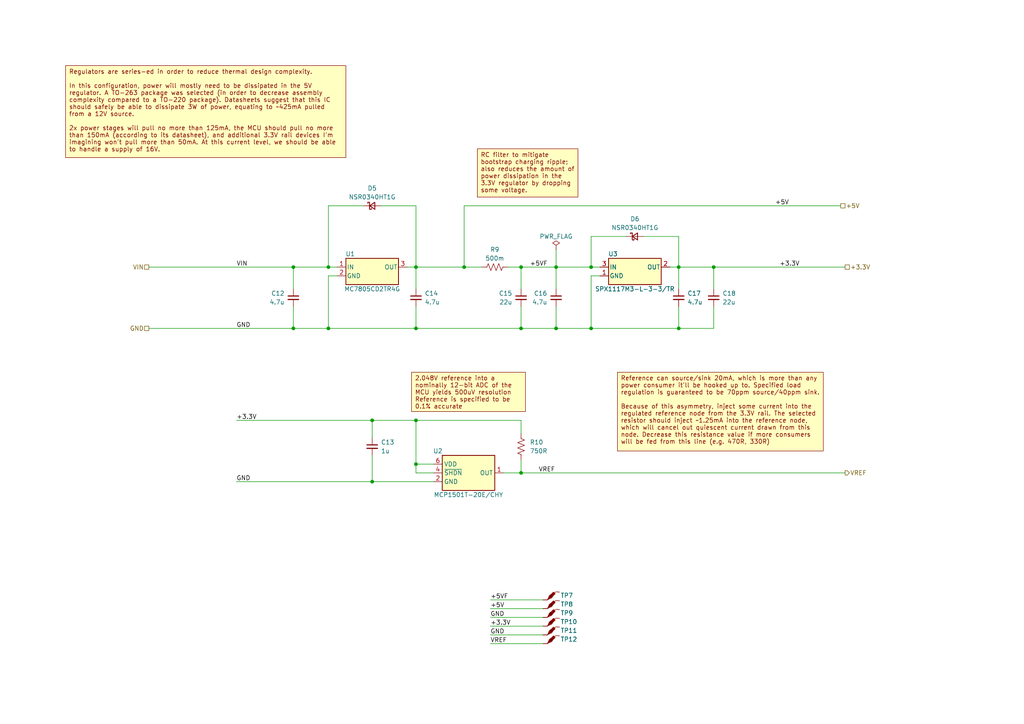
<source format=kicad_sch>
(kicad_sch (version 20230121) (generator eeschema)
  (paper "A4")
  (title_block (title "Shim Amplifier Prototype") (date "2023-08-01") (rev "A.1") (company "Ishaan Govindarajan"))
  (lib_symbols
    (symbol "Custom-AnalogIC:MCP1501T-20E/CHY"
      (property "Reference" "U" (at -6.35 6.35 0))
      (property "Value" "MCP1501T-20E/CHY" (at 0 -6.35 0))
      (symbol "MCP1501T-20E/CHY_0_0"
        (pin power_out line (at 10.16 0 180) (length 2.54) (name "OUT") (number "1"))
        (pin power_in line (at -10.16 -2.54 0) (length 2.54) (name "GND") (number "2"))
        (pin passive line (at -10.16 -2.54 0) (length 2.54) hide (name "GND") (number "3"))
        (pin input line (at -10.16 0 0) (length 2.54) (name "~{SHDN}") (number "4"))
        (pin passive line (at -10.16 -2.54 0) (length 2.54) hide (name "GND") (number "5"))
        (pin power_in line (at -10.16 2.54 0) (length 2.54) (name "VDD") (number "6"))
      )
      (symbol "MCP1501T-20E/CHY_0_1"
        (rectangle (start -7.62 5.08) (end 7.62 -5.08) (stroke (width 0.254)) (fill (type background)))
      )
    )
    (symbol "Custom-Capacitor:CL21A475KLCLQNC" (pin_numbers hide) (pin_names (offset 0.254) hide)
      (property "Reference" "C" (at 0.254 1.778 0))
      (property "Value" "4.7u" (at 0.254 -2.032 0))
      (symbol "CL21A475KLCLQNC_0_1"
        (polyline (pts (xy -1.524 -0.508) (xy 1.524 -0.508)) (stroke (width 0.3302)))
        (polyline (pts (xy -1.524 0.508) (xy 1.524 0.508)) (stroke (width 0.3048)))
      )
      (symbol "CL21A475KLCLQNC_1_1"
        (pin passive line (at 0 2.54 270) (length 2.032) (name "~") (number "1"))
        (pin passive line (at 0 -2.54 90) (length 2.032) (name "~") (number "2"))
      )
    )
    (symbol "Custom-Capacitor:CL21B105KBFNNNG" (pin_numbers hide) (pin_names (offset 0.254) hide)
      (property "Reference" "C" (at 0.254 1.778 0))
      (property "Value" "1u" (at 0.254 -2.032 0))
      (symbol "CL21B105KBFNNNG_0_1"
        (polyline (pts (xy -1.524 -0.508) (xy 1.524 -0.508)) (stroke (width 0.3302)))
        (polyline (pts (xy -1.524 0.508) (xy 1.524 0.508)) (stroke (width 0.3048)))
      )
      (symbol "CL21B105KBFNNNG_1_1"
        (pin passive line (at 0 2.54 270) (length 2.032) (name "~") (number "1"))
        (pin passive line (at 0 -2.54 90) (length 2.032) (name "~") (number "2"))
      )
    )
    (symbol "Custom-Capacitor:CL32B226KAJNNNE" (pin_numbers hide) (pin_names (offset 0.254) hide)
      (property "Reference" "C" (at 0.254 1.778 0))
      (property "Value" "22u" (at 0.254 -2.032 0))
      (symbol "CL32B226KAJNNNE_0_1"
        (polyline (pts (xy -1.524 -0.508) (xy 1.524 -0.508)) (stroke (width 0.3302)))
        (polyline (pts (xy -1.524 0.508) (xy 1.524 0.508)) (stroke (width 0.3048)))
      )
      (symbol "CL32B226KAJNNNE_1_1"
        (pin passive line (at 0 2.54 270) (length 2.032) (name "~") (number "1"))
        (pin passive line (at 0 -2.54 90) (length 2.032) (name "~") (number "2"))
      )
    )
    (symbol "Custom-Diode:NSR0340HT1G" (pin_numbers hide) (pin_names (offset 1.016) hide)
      (property "Reference" "D" (at 0 2.54 0))
      (property "Value" "NSR0340HT1G" (at 0 -2.54 0))
      (symbol "NSR0340HT1G_0_1"
        (polyline (pts (xy -0.762 0) (xy 0.762 0)))
        (polyline (pts (xy 0.762 -1.016) (xy -0.762 0) (xy 0.762 1.016) (xy 0.762 -1.016)) (stroke (width 0.254)))
        (polyline (pts (xy -1.27 0.762) (xy -1.27 1.016) (xy -0.762 1.016) (xy -0.762 -1.016) (xy -0.254 -1.016) (xy -0.254 -0.762)) (stroke (width 0.254)))
      )
      (symbol "NSR0340HT1G_1_1"
        (pin passive line (at -2.54 0 0) (length 1.778) (name "K") (number "1"))
        (pin passive line (at 2.54 0 180) (length 1.778) (name "A") (number "2"))
      )
    )
    (symbol "Custom-LogicIC:TestPoint" (in_bom no)
      (property "Reference" "TP" (at 2.54 0 0))
      (symbol "TestPoint_1_1"
        (polyline (pts (xy -0.762 1.27) (xy 0 0.508)) (stroke (width 0) (color 72 0 0 1)))
        (polyline (pts (xy -0.508 1.524) (xy 0.254 0.762)) (stroke (width 0) (color 72 0 0 1)))
        (polyline (pts (xy -1.27 0) (xy -0.762 1.016) (xy -0.254 0.508) (xy -1.27 0)) (fill (type color) (color 132 0 0 1)))
        (polyline (pts (xy -0.762 1.016) (xy 0.508 2.286) (xy 1.016 1.778) (xy -0.254 0.508) (xy -0.762 1.016)) (fill (type color) (color 132 0 0 1)))
        (arc (start 1.778 2.286) (mid 1.2343 2.3019) (end 0.762 2.032))
        (arc (start 1.778 2.286) (mid 2.032 2.258) (end 2.286 2.286))
        (pin passive line (at -2.54 0 0) (length 1.27) (name "") (number "1"))
      )
    )
    (symbol "Custom-PowerIC:MC7805CD2TR4G" (pin_names (offset 0.254))
      (property "Reference" "U" (at -6.35 3.81 0))
      (property "Value" "MC7805CD2TR4G" (at -7.62 -6.35 0))
      (symbol "MC7805CD2TR4G_0_1"
        (rectangle (start -7.62 2.54) (end 7.62 -5.08) (stroke (width 0.254)) (fill (type background)))
      )
      (symbol "MC7805CD2TR4G_1_1"
        (pin power_in line (at -10.16 0 0) (length 2.54) (name "IN") (number "1"))
        (pin power_in line (at -10.16 -2.54 0) (length 2.54) (name "GND") (number "2"))
        (pin power_out line (at 10.16 0 180) (length 2.54) (name "OUT") (number "3"))
      )
    )
    (symbol "Custom-PowerIC:SPX1117M3-L-3-3/TR" (pin_names (offset 0.254))
      (property "Reference" "U" (at -6.35 3.81 0))
      (property "Value" "SPX1117M3-L-3-3/TR" (at -7.62 -6.35 0))
      (symbol "SPX1117M3-L-3-3/TR_0_1"
        (rectangle (start -7.62 2.54) (end 7.62 -5.08) (stroke (width 0.254)) (fill (type background)))
      )
      (symbol "SPX1117M3-L-3-3/TR_1_1"
        (pin power_in line (at -10.16 -2.54 0) (length 2.54) (name "GND") (number "1"))
        (pin power_out line (at 10.16 0 180) (length 2.54) (name "OUT") (number "2"))
        (pin power_in line (at -10.16 0 0) (length 2.54) (name "IN") (number "3"))
      )
    )
    (symbol "Custom-Resistor:CSR1206FKR500" (pin_numbers hide) (pin_names (offset 0))
      (property "Reference" "R" (at 2.54 0 90))
      (property "Value" "500m" (at -2.54 0 90))
      (symbol "CSR1206FKR500_0_1"
        (polyline (pts (xy 0 -2.286) (xy 0 -2.54)))
        (polyline (pts (xy 0 2.286) (xy 0 2.54)))
        (polyline (pts (xy 0 -0.762) (xy 1.016 -1.143) (xy 0 -1.524) (xy -1.016 -1.905) (xy 0 -2.286)))
        (polyline (pts (xy 0 0.762) (xy 1.016 0.381) (xy 0 0) (xy -1.016 -0.381) (xy 0 -0.762)))
        (polyline (pts (xy 0 2.286) (xy 1.016 1.905) (xy 0 1.524) (xy -1.016 1.143) (xy 0 0.762)))
      )
      (symbol "CSR1206FKR500_1_1"
        (pin passive line (at 0 3.81 270) (length 1.27) (name "~") (number "1"))
        (pin passive line (at 0 -3.81 90) (length 1.27) (name "~") (number "2"))
      )
    )
    (symbol "Custom-Resistor:RMCF0603FT750R" (pin_numbers hide) (pin_names (offset 0))
      (property "Reference" "R" (at 2.54 0 90))
      (property "Value" "750R" (at -2.54 0 90))
      (symbol "RMCF0603FT750R_0_1"
        (polyline (pts (xy 0 -2.286) (xy 0 -2.54)))
        (polyline (pts (xy 0 2.286) (xy 0 2.54)))
        (polyline (pts (xy 0 -0.762) (xy 1.016 -1.143) (xy 0 -1.524) (xy -1.016 -1.905) (xy 0 -2.286)))
        (polyline (pts (xy 0 0.762) (xy 1.016 0.381) (xy 0 0) (xy -1.016 -0.381) (xy 0 -0.762)))
        (polyline (pts (xy 0 2.286) (xy 1.016 1.905) (xy 0 1.524) (xy -1.016 1.143) (xy 0 0.762)))
      )
      (symbol "RMCF0603FT750R_1_1"
        (pin passive line (at 0 3.81 270) (length 1.27) (name "~") (number "1"))
        (pin passive line (at 0 -3.81 90) (length 1.27) (name "~") (number "2"))
      )
    )
    (symbol "power:PWR_FLAG" (power) (pin_numbers hide) (pin_names (offset 0) hide)
      (property "Value" "PWR_FLAG" (at 0 3.81 0))
      (symbol "PWR_FLAG_0_0"
        (pin power_out line (at 0 0 90) (length 0) (name "pwr") (number "1"))
      )
      (symbol "PWR_FLAG_0_1"
        (polyline (pts (xy 0 0) (xy 0 1.27) (xy -1.016 1.905) (xy 0 2.54) (xy 1.016 1.905) (xy 0 1.27)))
      )
    )
  )
  (junction (at 171.45 95.25))
  (junction (at 161.29 77.47))
  (junction (at 120.65 121.92))
  (junction (at 120.65 134.62))
  (junction (at 107.95 121.92))
  (junction (at 196.85 77.47))
  (junction (at 151.13 95.25))
  (junction (at 107.95 139.7))
  (junction (at 134.62 77.47))
  (junction (at 85.09 95.25))
  (junction (at 85.09 77.47))
  (junction (at 120.65 77.47))
  (junction (at 151.13 137.16))
  (junction (at 120.65 95.25))
  (junction (at 95.25 95.25))
  (junction (at 171.45 77.47))
  (junction (at 151.13 77.47))
  (junction (at 207.01 77.47))
  (junction (at 161.29 95.25))
  (junction (at 95.25 77.47))
  (junction (at 196.85 95.25))
  (wire (pts (xy 196.85 68.58) (xy 196.85 77.47)))
  (wire (pts (xy 147.32 77.47) (xy 151.13 77.47)))
  (wire (pts (xy 120.65 134.62) (xy 120.65 137.16)))
  (wire (pts (xy 107.95 121.92) (xy 107.95 127)))
  (wire (pts (xy 151.13 121.92) (xy 151.13 125.73)))
  (wire (pts (xy 161.29 88.9) (xy 161.29 95.25)))
  (wire (pts (xy 161.29 77.47) (xy 171.45 77.47)))
  (wire (pts (xy 95.25 95.25) (xy 120.65 95.25)))
  (wire (pts (xy 68.58 139.7) (xy 107.95 139.7)))
  (wire (pts (xy 85.09 95.25) (xy 95.25 95.25)))
  (wire (pts (xy 171.45 95.25) (xy 171.45 80.01)))
  (wire (pts (xy 95.25 95.25) (xy 95.25 80.01)))
  (wire (pts (xy 186.69 68.58) (xy 196.85 68.58)))
  (wire (pts (xy 120.65 95.25) (xy 151.13 95.25)))
  (wire (pts (xy 171.45 68.58) (xy 181.61 68.58)))
  (wire (pts (xy 68.58 121.92) (xy 107.95 121.92)))
  (wire (pts (xy 194.31 77.47) (xy 196.85 77.47)))
  (wire (pts (xy 151.13 95.25) (xy 161.29 95.25)))
  (wire (pts (xy 120.65 59.69) (xy 120.65 77.47)))
  (wire (pts (xy 151.13 77.47) (xy 151.13 83.82)))
  (wire (pts (xy 134.62 59.69) (xy 243.84 59.69)))
  (wire (pts (xy 107.95 132.08) (xy 107.95 139.7)))
  (wire (pts (xy 95.25 59.69) (xy 105.41 59.69)))
  (wire (pts (xy 120.65 121.92) (xy 151.13 121.92)))
  (wire (pts (xy 207.01 77.47) (xy 245.11 77.47)))
  (wire (pts (xy 207.01 77.47) (xy 207.01 83.82)))
  (wire (pts (xy 95.25 77.47) (xy 97.79 77.47)))
  (wire (pts (xy 134.62 77.47) (xy 134.62 59.69)))
  (wire (pts (xy 107.95 139.7) (xy 125.73 139.7)))
  (wire (pts (xy 171.45 80.01) (xy 173.99 80.01)))
  (wire (pts (xy 85.09 88.9) (xy 85.09 95.25)))
  (wire (pts (xy 110.49 59.69) (xy 120.65 59.69)))
  (wire (pts (xy 146.05 137.16) (xy 151.13 137.16)))
  (wire (pts (xy 151.13 77.47) (xy 161.29 77.47)))
  (wire (pts (xy 151.13 88.9) (xy 151.13 95.25)))
  (wire (pts (xy 142.24 179.07) (xy 157.48 179.07)))
  (wire (pts (xy 95.25 80.01) (xy 97.79 80.01)))
  (wire (pts (xy 161.29 72.39) (xy 161.29 77.47)))
  (wire (pts (xy 120.65 77.47) (xy 120.65 83.82)))
  (wire (pts (xy 142.24 184.15) (xy 157.48 184.15)))
  (wire (pts (xy 134.62 77.47) (xy 139.7 77.47)))
  (wire (pts (xy 120.65 77.47) (xy 134.62 77.47)))
  (wire (pts (xy 142.24 176.53) (xy 157.48 176.53)))
  (wire (pts (xy 151.13 133.35) (xy 151.13 137.16)))
  (wire (pts (xy 120.65 134.62) (xy 120.65 121.92)))
  (wire (pts (xy 207.01 95.25) (xy 196.85 95.25)))
  (wire (pts (xy 107.95 121.92) (xy 120.65 121.92)))
  (wire (pts (xy 142.24 186.69) (xy 157.48 186.69)))
  (wire (pts (xy 43.18 95.25) (xy 85.09 95.25)))
  (wire (pts (xy 207.01 88.9) (xy 207.01 95.25)))
  (wire (pts (xy 171.45 77.47) (xy 171.45 68.58)))
  (wire (pts (xy 118.11 77.47) (xy 120.65 77.47)))
  (wire (pts (xy 85.09 77.47) (xy 85.09 83.82)))
  (wire (pts (xy 196.85 88.9) (xy 196.85 95.25)))
  (wire (pts (xy 142.24 173.99) (xy 157.48 173.99)))
  (wire (pts (xy 142.24 181.61) (xy 157.48 181.61)))
  (wire (pts (xy 196.85 77.47) (xy 207.01 77.47)))
  (wire (pts (xy 125.73 137.16) (xy 120.65 137.16)))
  (wire (pts (xy 43.18 77.47) (xy 85.09 77.47)))
  (wire (pts (xy 196.85 77.47) (xy 196.85 83.82)))
  (wire (pts (xy 95.25 77.47) (xy 95.25 59.69)))
  (wire (pts (xy 120.65 134.62) (xy 125.73 134.62)))
  (wire (pts (xy 161.29 95.25) (xy 171.45 95.25)))
  (wire (pts (xy 120.65 88.9) (xy 120.65 95.25)))
  (wire (pts (xy 171.45 77.47) (xy 173.99 77.47)))
  (wire (pts (xy 85.09 77.47) (xy 95.25 77.47)))
  (wire (pts (xy 151.13 137.16) (xy 245.11 137.16)))
  (wire (pts (xy 161.29 77.47) (xy 161.29 83.82)))
  (wire (pts (xy 171.45 95.25) (xy 196.85 95.25)))
  (text_box "Regulators are series-ed in order to reduce thermal design complexity.\n\nIn this configuration, power will mostly need to be dissipated in the 5V regulator. A TO-263 package was selected (in order to decrease assembly complexity compared to a TO-220 package). Datasheets suggest that this IC should safely be able to dissipate 3W of power, equating to ~425mA pulled from a 12V source.\n\n2x power stages will pull no more than 125mA, the MCU should pull no more than 150mA (according to its datasheet), and additional 3.3V rail devices I'm imagining won't pull more than 50mA. At this current level, we should be able to handle a supply of 16V." (at 19.05 19.05 0) (size 81.28 26.67) (stroke (width 0) (color 132 0 0 1)) (fill (type color) (color 255 255 194 1)) (effects (font (size 1.27 1.27)) (justify left top)))
  (text_box "2.048V reference into a nominally 12-bit ADC of the MCU yields 500uV resolution\nReference is specified to be 0.1% accurate" (at 119.38 107.95 0) (size 33.02 11.43) (stroke (width 0) (color 132 0 0 1)) (fill (type color) (color 255 255 194 1)) (effects (font (size 1.27 1.27)) (justify left top)))
  (text_box "Reference can source/sink 20mA, which is more than any power consumer it'll be hooked up to. Specified load regulation is guaranteed to be 70ppm source/40ppm sink.\n\nBecause of this asymmetry, inject some current into the regulated reference node from the 3.3V rail. The selected resistor should inject ~1.25mA into the reference node, which will cancel out quiescent current drawn from this node. Decrease this resistance value if more consumers will be fed from this line (e.g. 470R, 330R)" (at 179.07 107.95 0) (size 59.69 22.86) (stroke (width 0) (color 132 0 0 1)) (fill (type color) (color 255 255 194 1)) (effects (font (size 1.27 1.27)) (justify left top)))
  (text_box "RC filter to mitigate bootstrap charging ripple; also reduces the amount of power dissipation in the 3.3V regulator by dropping some voltage. " (at 138.43 43.18 0) (size 29.21 13.97) (stroke (width 0) (color 132 0 0 1)) (fill (type color) (color 255 255 194 1)) (effects (font (size 1.27 1.27)) (justify left top)))
  (label "+5VF" (at 153.67 77.47 0))
  (label "GND" (at 68.58 139.7 0))
  (label "+5V" (at 224.79 59.69 0))
  (label "+5VF" (at 142.24 173.99 0))
  (label "GND" (at 142.24 184.15 0))
  (label "VIN" (at 68.58 77.47 0))
  (label "+3.3V" (at 226.06 77.47 0))
  (label "VREF" (at 156.21 137.16 0))
  (label "GND" (at 68.58 95.25 0))
  (label "+3.3V" (at 68.58 121.92 0))
  (label "GND" (at 142.24 179.07 0))
  (label "+5V" (at 142.24 176.53 0))
  (label "+3.3V" (at 142.24 181.61 0))
  (label "VREF" (at 142.24 186.69 0))
  (hierarchical_label "VREF" (shape output) (at 245.11 137.16 0))
  (hierarchical_label "+3.3V" (shape passive) (at 245.11 77.47 0))
  (hierarchical_label "VIN" (shape passive) (at 43.18 77.47 180))
  (hierarchical_label "GND" (shape passive) (at 43.18 95.25 180))
  (hierarchical_label "+5V" (shape passive) (at 243.84 59.69 0))
  (symbol (lib_id "Custom-Resistor:RMCF0603FT750R") (at 151.13 129.54 0) (unit 1)
    (property "Reference" "R10" (at 153.67 128.27 0) (effects (justify left)))
    (property "Value" "750R" (at 153.67 130.81 0) (effects (justify left)))
    (property "Footprint" "Resistor_SMD:R_0603_1608Metric_Pad0.98x0.95mm_HandSolder" (effects hide))
    (property "Datasheet" "https://www.seielect.com/Catalog/SEI-RMCF_RMCP.pdf" (effects hide))
    (property "Manufacturer" "Stackpole Electronics Inc" (effects hide))
    (property "Part Number" "RMCF0603FT750R" (effects hide))
  )
  (symbol (lib_id "Custom-Resistor:CSR1206FKR500") (at 143.51 77.47 90) (unit 1)
    (property "Reference" "R9" (at 143.51 72.39 90))
    (property "Value" "500m" (at 143.51 74.93 90))
    (property "Footprint" "Resistor_SMD:R_1206_3216Metric_Pad1.30x1.75mm_HandSolder" (effects hide))
    (property "Datasheet" "https://www.seielect.com/catalog/sei-csr_csrn.pdf" (effects hide))
    (property "Manufacturer" "Stackpole Electronics Inc" (effects hide))
    (property "Part Number" "CSR1206FKR500" (effects hide))
  )
  (symbol (lib_id "Custom-LogicIC:TestPoint") (at 160.02 184.15 0) (unit 1) (in_bom no)
    (property "Reference" "TP11" (at 162.56 182.88 0) (effects (justify left)))
    (property "Value" "-" (effects hide))
    (property "Footprint" "TestPoint:TestPoint_Pad_D2.0mm" (effects hide))
  )
  (symbol (lib_id "Custom-Diode:NSR0340HT1G") (at 107.95 59.69 0) (unit 1)
    (property "Reference" "D5" (at 107.95 54.61 0))
    (property "Value" "NSR0340HT1G" (at 107.95 57.15 0))
    (property "Footprint" "Diode_SMD:D_SOD-323_HandSoldering" (effects hide))
    (property "Datasheet" "https://www.onsemi.com/pdf/datasheet/nsr0340h-d.pdf" (effects hide))
    (property "Manufacturer" "onsemi" (effects hide))
    (property "Part Number" "NSR0340HT1G" (effects hide))
  )
  (symbol (lib_id "Custom-LogicIC:TestPoint") (at 160.02 186.69 0) (unit 1) (in_bom no)
    (property "Reference" "TP12" (at 162.56 185.42 0) (effects (justify left)))
    (property "Value" "-" (effects hide))
    (property "Footprint" "TestPoint:TestPoint_Pad_D2.0mm" (effects hide))
  )
  (symbol (lib_id "power:PWR_FLAG") (at 161.29 72.39 0) (unit 1)
    (property "Reference" "#FLG03" (effects hide))
    (property "Value" "PWR_FLAG" (at 161.29 68.58 0))
  )
  (symbol (lib_id "Custom-LogicIC:TestPoint") (at 160.02 181.61 0) (unit 1) (in_bom no)
    (property "Reference" "TP10" (at 162.56 180.34 0) (effects (justify left)))
    (property "Value" "-" (effects hide))
    (property "Footprint" "TestPoint:TestPoint_Pad_D2.0mm" (effects hide))
  )
  (symbol (lib_id "Custom-AnalogIC:MCP1501T-20E/CHY") (at 135.89 137.16 0) (unit 1)
    (property "Reference" "U2" (at 127 130.81 0))
    (property "Value" "MCP1501T-20E/CHY" (at 135.89 143.51 0))
    (property "Footprint" "Package_TO_SOT_SMD:SOT-23-6" (effects hide))
    (property "Datasheet" "http://ww1.microchip.com/downloads/en/DeviceDoc/20005474E.pdf" (effects hide))
    (property "Manufacturer" "Microchip Technology" (effects hide))
    (property "Part Number" "MCP1501T-20E/CHY" (effects hide))
  )
  (symbol (lib_id "Custom-PowerIC:SPX1117M3-L-3-3/TR") (at 184.15 77.47 0) (unit 1)
    (property "Reference" "U3" (at 177.8 73.66 0))
    (property "Value" "SPX1117M3-L-3-3/TR" (at 184.15 83.82 0))
    (property "Footprint" "Package_TO_SOT_SMD:SOT-223-3_TabPin2" (effects hide))
    (property "Datasheet" "https://assets.maxlinear.com/web/documents/sipex/datasheets/spx1117.pdf" (effects hide))
    (property "Manufacturer" "MaxLinear, Inc." (effects hide))
    (property "Part Number" "SPX1117M3-L-3-3/TR" (effects hide))
  )
  (symbol (lib_id "Custom-LogicIC:TestPoint") (at 160.02 176.53 0) (unit 1) (in_bom no)
    (property "Reference" "TP8" (at 162.56 175.26 0) (effects (justify left)))
    (property "Value" "-" (effects hide))
    (property "Footprint" "TestPoint:TestPoint_Pad_D2.0mm" (effects hide))
  )
  (symbol (lib_id "Custom-Capacitor:CL21A475KLCLQNC") (at 196.85 86.36 0) (mirror y) (unit 1)
    (property "Reference" "C17" (at 199.39 85.0963 0) (effects (justify right)))
    (property "Value" "4.7u" (at 199.39 87.6363 0) (effects (justify right)))
    (property "Footprint" "Capacitor_SMD:C_0805_2012Metric_Pad1.18x1.45mm_HandSolder" (effects hide))
    (property "Datasheet" "https://media.digikey.com/pdf/Data%20Sheets/Samsung%20PDFs/CL21A475KLCLQNC_Spec.pdf" (effects hide))
    (property "Manufacturer" "Samsung Electro-Mechanics" (effects hide))
    (property "Part Number" "CL21A475KLCLQNC" (effects hide))
  )
  (symbol (lib_id "Custom-Capacitor:CL32B226KAJNNNE") (at 151.13 86.36 0) (mirror y) (unit 1)
    (property "Reference" "C15" (at 148.59 85.0963 0) (effects (justify left)))
    (property "Value" "22u" (at 148.59 87.6363 0) (effects (justify left)))
    (property "Footprint" "Capacitor_SMD:C_1210_3225Metric_Pad1.33x2.70mm_HandSolder" (effects hide))
    (property "Datasheet" "https://product.samsungsem.com/mlcc/CL32B226KAJNNN.do" (effects hide))
    (property "Manufacturer" "Samsung Electro-Mechanics" (effects hide))
    (property "Part Number" "CL32B226KAJNNNE" (effects hide))
  )
  (symbol (lib_id "Custom-Capacitor:CL21A475KLCLQNC") (at 85.09 86.36 0) (unit 1)
    (property "Reference" "C12" (at 82.55 85.0963 0) (effects (justify right)))
    (property "Value" "4.7u" (at 82.55 87.6363 0) (effects (justify right)))
    (property "Footprint" "Capacitor_SMD:C_0805_2012Metric_Pad1.18x1.45mm_HandSolder" (effects hide))
    (property "Datasheet" "https://media.digikey.com/pdf/Data%20Sheets/Samsung%20PDFs/CL21A475KLCLQNC_Spec.pdf" (effects hide))
    (property "Manufacturer" "Samsung Electro-Mechanics" (effects hide))
    (property "Part Number" "CL21A475KLCLQNC" (effects hide))
  )
  (symbol (lib_id "Custom-LogicIC:TestPoint") (at 160.02 179.07 0) (unit 1) (in_bom no)
    (property "Reference" "TP9" (at 162.56 177.8 0) (effects (justify left)))
    (property "Value" "-" (effects hide))
    (property "Footprint" "TestPoint:TestPoint_Pad_D2.0mm" (effects hide))
  )
  (symbol (lib_id "Custom-Diode:NSR0340HT1G") (at 184.15 68.58 0) (unit 1)
    (property "Reference" "D6" (at 184.15 63.5 0))
    (property "Value" "NSR0340HT1G" (at 184.15 66.04 0))
    (property "Footprint" "Diode_SMD:D_SOD-323_HandSoldering" (effects hide))
    (property "Datasheet" "https://www.onsemi.com/pdf/datasheet/nsr0340h-d.pdf" (effects hide))
    (property "Manufacturer" "onsemi" (effects hide))
    (property "Part Number" "NSR0340HT1G" (effects hide))
  )
  (symbol (lib_id "Custom-Capacitor:CL21A475KLCLQNC") (at 161.29 86.36 0) (unit 1)
    (property "Reference" "C16" (at 158.75 85.0963 0) (effects (justify right)))
    (property "Value" "4.7u" (at 158.75 87.6363 0) (effects (justify right)))
    (property "Footprint" "Capacitor_SMD:C_0805_2012Metric_Pad1.18x1.45mm_HandSolder" (effects hide))
    (property "Datasheet" "https://media.digikey.com/pdf/Data%20Sheets/Samsung%20PDFs/CL21A475KLCLQNC_Spec.pdf" (effects hide))
    (property "Manufacturer" "Samsung Electro-Mechanics" (effects hide))
    (property "Part Number" "CL21A475KLCLQNC" (effects hide))
  )
  (symbol (lib_id "Custom-Capacitor:CL21A475KLCLQNC") (at 120.65 86.36 0) (mirror y) (unit 1)
    (property "Reference" "C14" (at 123.19 85.0963 0) (effects (justify right)))
    (property "Value" "4.7u" (at 123.19 87.6363 0) (effects (justify right)))
    (property "Footprint" "Capacitor_SMD:C_0805_2012Metric_Pad1.18x1.45mm_HandSolder" (effects hide))
    (property "Datasheet" "https://media.digikey.com/pdf/Data%20Sheets/Samsung%20PDFs/CL21A475KLCLQNC_Spec.pdf" (effects hide))
    (property "Manufacturer" "Samsung Electro-Mechanics" (effects hide))
    (property "Part Number" "CL21A475KLCLQNC" (effects hide))
  )
  (symbol (lib_id "Custom-LogicIC:TestPoint") (at 160.02 173.99 0) (unit 1) (in_bom no)
    (property "Reference" "TP7" (at 162.56 172.72 0) (effects (justify left)))
    (property "Value" "-" (effects hide))
    (property "Footprint" "TestPoint:TestPoint_Pad_D2.0mm" (effects hide))
  )
  (symbol (lib_id "Custom-Capacitor:CL21B105KBFNNNG") (at 107.95 129.54 0) (unit 1)
    (property "Reference" "C13" (at 110.49 128.2763 0) (effects (justify left)))
    (property "Value" "1u" (at 110.49 130.8163 0) (effects (justify left)))
    (property "Footprint" "Capacitor_SMD:C_0805_2012Metric_Pad1.18x1.45mm_HandSolder" (effects hide))
    (property "Datasheet" "https://media.digikey.com/pdf/Data%20Sheets/Samsung%20PDFs/CL21B105KBFNNNG_Spec.pdf" (effects hide))
    (property "Manufacturer" "Samsung Electro-Mechanics" (effects hide))
    (property "Part Number" "CL21B105KBFNNNG" (effects hide))
  )
  (symbol (lib_id "Custom-PowerIC:MC7805CD2TR4G") (at 107.95 77.47 0) (unit 1)
    (property "Reference" "U1" (at 101.6 73.66 0))
    (property "Value" "MC7805CD2TR4G" (at 107.95 83.82 0))
    (property "Footprint" "Package_TO_SOT_SMD:TO-263-2" (effects hide))
    (property "Datasheet" "https://www.onsemi.com/pdf/datasheet/mc7800-d.pdf" (effects hide))
    (property "Manufacturer" "onsemi" (effects hide))
    (property "Part Number" "MC7805CD2TR4G" (effects hide))
  )
  (symbol (lib_id "Custom-Capacitor:CL32B226KAJNNNE") (at 207.01 86.36 0) (unit 1)
    (property "Reference" "C18" (at 209.55 85.0963 0) (effects (justify left)))
    (property "Value" "22u" (at 209.55 87.6363 0) (effects (justify left)))
    (property "Footprint" "Capacitor_SMD:C_1210_3225Metric_Pad1.33x2.70mm_HandSolder" (effects hide))
    (property "Datasheet" "https://product.samsungsem.com/mlcc/CL32B226KAJNNN.do" (effects hide))
    (property "Manufacturer" "Samsung Electro-Mechanics" (effects hide))
    (property "Part Number" "CL32B226KAJNNNE" (effects hide))
  )
)
</source>
